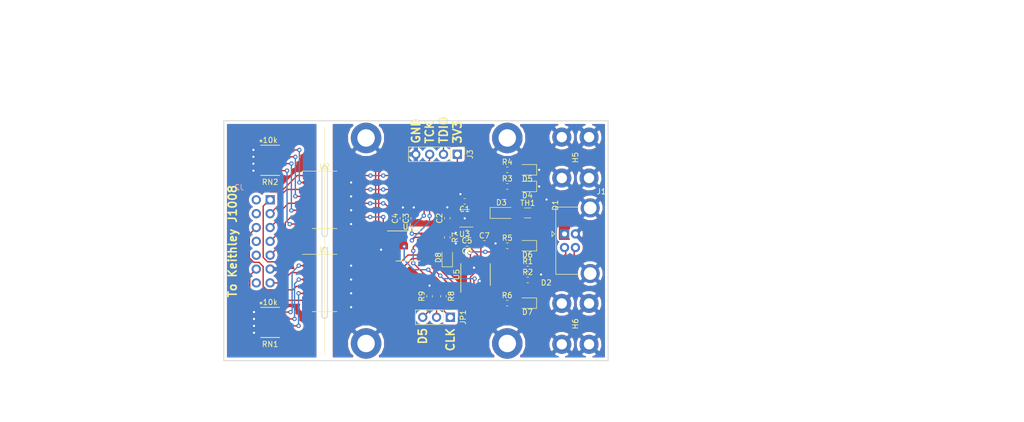
<source format=kicad_pcb>
(kicad_pcb (version 20171130) (host pcbnew "(5.0.2)-1")
  (layers (0 F.Cu signal) (31 B.Cu signal) (34 B.Paste user) (35 F.Paste user) (36 B.SilkS user) (37 F.SilkS user) (38 B.Mask user) (39 F.Mask user) (44 Edge.Cuts user))
  (net 0 "")
  (net 1 +5V)
  (net 2 GND)
  (net 3 +3V3)
  (net 4 "Net-(D1-Pad1)")
  (net 5 /D+)
  (net 6 /D-)
  (net 7 "Net-(D3-Pad2)")
  (net 8 "Net-(D4-Pad2)")
  (net 9 "Net-(D5-Pad2)")
  (net 10 /RXLED)
  (net 11 "Net-(D6-Pad2)")
  (net 12 /TXLED)
  (net 13 "Net-(D7-Pad2)")
  (net 14 "Net-(D8-Pad2)")
  (net 15 /READ)
  (net 16 /CLK_IN)
  (net 17 /B8_IN)
  (net 18 /B4_IN)
  (net 19 /SIGN_IN)
  (net 20 /B2_IN)
  (net 21 /B1_IN)
  (net 22 GNDA)
  (net 23 /OVERRANGE_IN)
  (net 24 /D5_IN)
  (net 25 /SBWTDIO)
  (net 26 /SBWTCK)
  (net 27 "Net-(JP1-Pad1)")
  (net 28 /RATE)
  (net 29 "Net-(JP1-Pad3)")
  (net 30 "Net-(RN1-Pad5)")
  (net 31 "Net-(RN1-Pad6)")
  (net 32 "Net-(RN1-Pad7)")
  (net 33 "Net-(RN1-Pad8)")
  (net 34 "Net-(RN2-Pad8)")
  (net 35 "Net-(RN2-Pad7)")
  (net 36 "Net-(RN2-Pad6)")
  (net 37 "Net-(RN2-Pad5)")
  (net 38 /OVERRANGE)
  (net 39 /SIGN)
  (net 40 /D5)
  (net 41 /CLK)
  (net 42 /B1)
  (net 43 /B2)
  (net 44 /B4)
  (net 45 /B8)
  (net 46 /RXD)
  (net 47 /TXD)
  (net 48 /USBD_N)
  (net 49 /USBD_P)
  (net 50 /VCCIO)
  (module Connector_USB:USB_B_OST_USB-B1HSxx_Horizontal (layer F.Cu) (at 132 70)
    (fp_text reference J1 (at 6.76 -7.77) (layer F.SilkS))
    (fp_text value USB_B)
    (pad 1 thru_hole rect (at 0 0) (size 1.7 1.7) (drill 0.92) (layers *.Cu *.Mask) (net 4 "Net-(D1-Pad1)"))
    (pad 2 thru_hole circle (at 0 2.5) (size 1.7 1.7) (drill 0.92) (layers *.Cu *.Mask) (net 6 /D-))
    (pad 3 thru_hole circle (at 2 2.5) (size 1.7 1.7) (drill 0.92) (layers *.Cu *.Mask) (net 5 /D+))
    (pad 4 thru_hole circle (at 2 0) (size 1.7 1.7) (drill 0.92) (layers *.Cu *.Mask) (net 2 GND))
    (pad 5 thru_hole circle (at 4.71 -4.77) (size 3.5 3.5) (drill 2.33) (layers *.Cu *.Mask) (net 2 GND))
    (pad 5 thru_hole circle (at 4.71 7.27) (size 3.5 3.5) (drill 2.33) (layers *.Cu *.Mask) (net 2 GND))
  )
  (module Connector_PinHeader_2.54mm:PinHeader_2x07_P2.54mm_Horizontal (layer B.Cu) (at 78 63.75 180)
    (fp_text reference J2 (at 5.655 2.27 180) (layer B.SilkS) (effects (justify mirror)))
    (fp_text value "SIGNAL INPUT")
    (pad 14 thru_hole oval (at 2.54 -15.24 180) (size 1.7 1.7) (drill 1) (layers *.Cu *.Mask))
    (pad 13 thru_hole oval (at 0 -15.24 180) (size 1.7 1.7) (drill 1) (layers *.Cu *.Mask) (net 24 /D5_IN))
    (pad 12 thru_hole oval (at 2.54 -12.7 180) (size 1.7 1.7) (drill 1) (layers *.Cu *.Mask) (net 23 /OVERRANGE_IN))
    (pad 11 thru_hole oval (at 0 -12.7 180) (size 1.7 1.7) (drill 1) (layers *.Cu *.Mask) (net 22 GNDA))
    (pad 10 thru_hole oval (at 2.54 -10.16 180) (size 1.7 1.7) (drill 1) (layers *.Cu *.Mask))
    (pad 9 thru_hole oval (at 0 -10.16 180) (size 1.7 1.7) (drill 1) (layers *.Cu *.Mask) (net 21 /B1_IN))
    (pad 8 thru_hole oval (at 2.54 -7.62 180) (size 1.7 1.7) (drill 1) (layers *.Cu *.Mask))
    (pad 7 thru_hole oval (at 0 -7.62 180) (size 1.7 1.7) (drill 1) (layers *.Cu *.Mask) (net 20 /B2_IN))
    (pad 6 thru_hole oval (at 2.54 -5.08 180) (size 1.7 1.7) (drill 1) (layers *.Cu *.Mask) (net 19 /SIGN_IN))
    (pad 5 thru_hole oval (at 0 -5.08 180) (size 1.7 1.7) (drill 1) (layers *.Cu *.Mask) (net 18 /B4_IN))
    (pad 4 thru_hole oval (at 2.54 -2.54 180) (size 1.7 1.7) (drill 1) (layers *.Cu *.Mask))
    (pad 3 thru_hole oval (at 0 -2.54 180) (size 1.7 1.7) (drill 1) (layers *.Cu *.Mask) (net 17 /B8_IN))
    (pad 2 thru_hole oval (at 2.54 0 180) (size 1.7 1.7) (drill 1) (layers *.Cu *.Mask))
    (pad 1 thru_hole rect (at 0 0 180) (size 1.7 1.7) (drill 1) (layers *.Cu *.Mask) (net 16 /CLK_IN))
  )
  (module Capacitor_SMD:C_0603_1608Metric (layer F.Cu) (at 113.675 64.025 180)
    (fp_text reference C1 (at 0 -1.43 180) (layer F.SilkS))
    (fp_text value 1uF)
    (pad 1 smd roundrect (at -0.7875 0 180) (size 0.875 0.95) (layers F.Cu F.Paste F.Mask) (net 1 +5V))
    (pad 2 smd roundrect (at 0.7875 0 180) (size 0.875 0.95) (layers F.Cu F.Paste F.Mask) (net 2 GND))
  )
  (module Capacitor_SMD:C_0603_1608Metric (layer F.Cu) (at 110.5 67.125 90)
    (fp_text reference C2 (at 0 -1.43 90) (layer F.SilkS))
    (fp_text value 1uF)
    (pad 1 smd roundrect (at -0.7875 0 90) (size 0.875 0.95) (layers F.Cu F.Paste F.Mask) (net 3 +3V3))
    (pad 2 smd roundrect (at 0.7875 0 90) (size 0.875 0.95) (layers F.Cu F.Paste F.Mask) (net 2 GND))
  )
  (module Capacitor_SMD:C_0603_1608Metric (layer F.Cu) (at 104.35 67.15 90)
    (fp_text reference C3 (at 0 -1.43 90) (layer F.SilkS))
    (fp_text value 1uF)
    (pad 1 smd roundrect (at -0.7875 0 90) (size 0.875 0.95) (layers F.Cu F.Paste F.Mask) (net 3 +3V3))
    (pad 2 smd roundrect (at 0.7875 0 90) (size 0.875 0.95) (layers F.Cu F.Paste F.Mask) (net 2 GND))
  )
  (module Capacitor_SMD:C_0603_1608Metric (layer F.Cu) (at 102.35 67.15 90)
    (fp_text reference C4 (at 0 -1.43 90) (layer F.SilkS))
    (fp_text value 100nF)
    (pad 2 smd roundrect (at 0.7875 0 90) (size 0.875 0.95) (layers F.Cu F.Paste F.Mask) (net 2 GND))
    (pad 1 smd roundrect (at -0.7875 0 90) (size 0.875 0.95) (layers F.Cu F.Paste F.Mask) (net 3 +3V3))
  )
  (module Capacitor_SMD:C_0603_1608Metric (layer F.Cu) (at 114.1 69.8 180)
    (fp_text reference C5 (at 0 -1.43 180) (layer F.SilkS))
    (fp_text value 100nF)
    (pad 2 smd roundrect (at 0.7875 0 180) (size 0.875 0.95) (layers F.Cu F.Paste F.Mask) (net 2 GND))
    (pad 1 smd roundrect (at -0.7875 0 180) (size 0.875 0.95) (layers F.Cu F.Paste F.Mask) (net 1 +5V))
  )
  (module Capacitor_SMD:C_0603_1608Metric (layer F.Cu) (at 114.1 71.75 180)
    (fp_text reference C6 (at 0 -1.43 180) (layer F.SilkS))
    (fp_text value 4.7uF)
    (pad 1 smd roundrect (at -0.7875 0 180) (size 0.875 0.95) (layers F.Cu F.Paste F.Mask) (net 1 +5V))
    (pad 2 smd roundrect (at 0.7875 0 180) (size 0.875 0.95) (layers F.Cu F.Paste F.Mask) (net 2 GND))
  )
  (module Capacitor_SMD:C_0603_1608Metric (layer F.Cu) (at 117.3 71.75)
    (fp_text reference C7 (at 0 -1.43) (layer F.SilkS))
    (fp_text value 100nF)
    (pad 2 smd roundrect (at 0.7875 0) (size 0.875 0.95) (layers F.Cu F.Paste F.Mask) (net 2 GND))
    (pad 1 smd roundrect (at -0.7875 0) (size 0.875 0.95) (layers F.Cu F.Paste F.Mask) (net 50 /VCCIO))
  )
  (module TI_TVSDiode:TI_PX1SON_DPY (layer F.Cu) (at 128.7 64.75 90)
    (fp_text reference D1 (at 0 1.6 90) (layer F.SilkS))
    (fp_text value TPD1E10B06)
    (pad 1 smd roundrect (at -0.35 0 90) (size 0.3 0.55) (layers F.Cu F.Paste F.Mask) (net 4 "Net-(D1-Pad1)"))
    (pad 2 smd roundrect (at 0.35 0 90) (size 0.3 0.55) (layers F.Cu F.Paste F.Mask) (net 2 GND))
  )
  (module TI_TVSDiode:TI_DMX_X2SON (layer F.Cu) (at 128.65 77.45)
    (fp_text reference D2 (at 0 1.5) (layer F.SilkS))
    (fp_text value ESD122DMXR)
    (pad 1 smd roundrect (at -0.15 0) (size 0.2 0.2) (layers F.Cu F.Paste F.Mask) (net 2 GND))
    (pad 2 smd roundrect (at 0.15 0.34) (size 0.2 0.2) (layers F.Cu F.Paste F.Mask) (net 5 /D+))
    (pad 3 smd roundrect (at 0.15 -0.34) (size 0.2 0.2) (layers F.Cu F.Paste F.Mask) (net 6 /D-))
  )
  (module SMC_Diodes:D_SOD-123FL (layer F.Cu) (at 120.55 66.15)
    (fp_text reference D3 (at -0.127 -1.905) (layer F.SilkS))
    (fp_text value DSS16UTR)
    (pad 1 smd rect (at -1.55 0) (size 1.15 1.3) (layers F.Cu F.Paste F.Mask) (net 1 +5V))
    (pad 2 smd rect (at 1.55 0) (size 1.15 1.3) (layers F.Cu F.Paste F.Mask) (net 7 "Net-(D3-Pad2)"))
  )
  (module LED_SMD:LED_0805_2012Metric (layer F.Cu) (at 125.2 61.3 180)
    (fp_text reference D4 (at 0 -1.65 180) (layer F.SilkS))
    (fp_text value 5V)
    (pad 1 smd roundrect (at -0.9375 0 180) (size 0.975 1.4) (layers F.Cu F.Paste F.Mask) (net 2 GND))
    (pad 2 smd roundrect (at 0.9375 0 180) (size 0.975 1.4) (layers F.Cu F.Paste F.Mask) (net 8 "Net-(D4-Pad2)"))
  )
  (module LED_SMD:LED_0805_2012Metric (layer F.Cu) (at 125.2 58.25 180)
    (fp_text reference D5 (at 0 -1.65 180) (layer F.SilkS))
    (fp_text value 3V3)
    (pad 2 smd roundrect (at 0.9375 0 180) (size 0.975 1.4) (layers F.Cu F.Paste F.Mask) (net 9 "Net-(D5-Pad2)"))
    (pad 1 smd roundrect (at -0.9375 0 180) (size 0.975 1.4) (layers F.Cu F.Paste F.Mask) (net 2 GND))
  )
  (module LED_SMD:LED_0805_2012Metric (layer F.Cu) (at 125.2 72.175 180)
    (fp_text reference D6 (at 0 -1.65 180) (layer F.SilkS))
    (fp_text value RXLED)
    (pad 1 smd roundrect (at -0.9375 0 180) (size 0.975 1.4) (layers F.Cu F.Paste F.Mask) (net 10 /RXLED))
    (pad 2 smd roundrect (at 0.9375 0 180) (size 0.975 1.4) (layers F.Cu F.Paste F.Mask) (net 11 "Net-(D6-Pad2)"))
  )
  (module LED_SMD:LED_0805_2012Metric (layer F.Cu) (at 125.2 82.7 180)
    (fp_text reference D7 (at 0 -1.65 180) (layer F.SilkS))
    (fp_text value TXLED)
    (pad 1 smd roundrect (at -0.9375 0 180) (size 0.975 1.4) (layers F.Cu F.Paste F.Mask) (net 12 /TXLED))
    (pad 2 smd roundrect (at 0.9375 0 180) (size 0.975 1.4) (layers F.Cu F.Paste F.Mask) (net 13 "Net-(D7-Pad2)"))
  )
  (module LED_SMD:LED_0805_2012Metric (layer F.Cu) (at 110.5 74.35 90)
    (fp_text reference D8 (at 0 -1.65 90) (layer F.SilkS))
    (fp_text value READ)
    (pad 2 smd roundrect (at 0.9375 0 90) (size 0.975 1.4) (layers F.Cu F.Paste F.Mask) (net 14 "Net-(D8-Pad2)"))
    (pad 1 smd roundrect (at -0.9375 0 90) (size 0.975 1.4) (layers F.Cu F.Paste F.Mask) (net 15 /READ))
  )
  (module MountingHole:MountingHole_3.2mm_M3_DIN965_Pad (layer F.Cu) (at 95.6 52.4)
    (fp_text reference H1 hide)
    (fp_text value M3)
    (pad 1 thru_hole circle (at 0 0) (size 5.6 5.6) (drill 3.2) (layers *.Cu *.Mask) (net 2 GND))
  )
  (module MountingHole:MountingHole_3.2mm_M3_DIN965_Pad (layer F.Cu) (at 95.6 90.1 180)
    (fp_text reference H2 hide)
    (fp_text value M3)
    (pad 1 thru_hole circle (at 0 0 180) (size 5.6 5.6) (drill 3.2) (layers *.Cu *.Mask) (net 2 GND))
  )
  (module MountingHole:MountingHole_3.2mm_M3_DIN965_Pad (layer F.Cu) (at 121.5 90.1 180)
    (fp_text reference H3 hide)
    (fp_text value M3)
    (pad 1 thru_hole circle (at 0 0 180) (size 5.6 5.6) (drill 3.2) (layers *.Cu *.Mask) (net 2 GND))
  )
  (module MountingHole:MountingHole_3.2mm_M3_DIN965_Pad (layer F.Cu) (at 121.5 52.4)
    (fp_text reference H4 hide)
    (fp_text value M3)
    (pad 1 thru_hole circle (at 0 0) (size 5.6 5.6) (drill 3.2) (layers *.Cu *.Mask) (net 2 GND))
  )
  (module Terminal_Keystone:Keystone_Screw-Terminal_7761_RightAngle (layer F.Cu) (at 134 56 90)
    (fp_text reference H5 (at 0 0 90) (layer F.SilkS))
    (fp_text value M3_RA)
    (pad 1 thru_hole circle (at 3.75 -2.5 90) (size 3.5 3.5) (drill 1.9) (layers *.Cu *.Mask) (net 2 GND))
    (pad 1 thru_hole circle (at 3.75 2.5 90) (size 3.5 3.5) (drill 1.9) (layers *.Cu *.Mask) (net 2 GND))
    (pad 1 thru_hole circle (at -3.75 2.5 90) (size 3.5 3.5) (drill 1.9) (layers *.Cu *.Mask) (net 2 GND))
    (pad 1 thru_hole circle (at -3.75 -2.5 90) (size 3.5 3.5) (drill 1.9) (layers *.Cu *.Mask) (net 2 GND))
  )
  (module Terminal_Keystone:Keystone_Screw-Terminal_7761_RightAngle (layer F.Cu) (at 134 86.5 90)
    (fp_text reference H6 (at 0 0 90) (layer F.SilkS))
    (fp_text value M3_RA)
    (pad 1 thru_hole circle (at -3.75 -2.5 90) (size 3.5 3.5) (drill 1.9) (layers *.Cu *.Mask) (net 2 GND))
    (pad 1 thru_hole circle (at -3.75 2.5 90) (size 3.5 3.5) (drill 1.9) (layers *.Cu *.Mask) (net 2 GND))
    (pad 1 thru_hole circle (at 3.75 2.5 90) (size 3.5 3.5) (drill 1.9) (layers *.Cu *.Mask) (net 2 GND))
    (pad 1 thru_hole circle (at 3.75 -2.5 90) (size 3.5 3.5) (drill 1.9) (layers *.Cu *.Mask) (net 2 GND))
  )
  (module Connector_PinHeader_2.54mm:PinHeader_1x04_P2.54mm_Vertical (layer F.Cu) (at 112.34 55.4 270)
    (fp_text reference J3 (at 0 -2.33 270) (layer F.SilkS))
    (fp_text value PROG)
    (pad 1 thru_hole rect (at 0 0 270) (size 1.7 1.7) (drill 1) (layers *.Cu *.Mask) (net 3 +3V3))
    (pad 2 thru_hole oval (at 0 2.54 270) (size 1.7 1.7) (drill 1) (layers *.Cu *.Mask) (net 25 /SBWTDIO))
    (pad 3 thru_hole oval (at 0 5.08 270) (size 1.7 1.7) (drill 1) (layers *.Cu *.Mask) (net 26 /SBWTCK))
    (pad 4 thru_hole oval (at 0 7.62 270) (size 1.7 1.7) (drill 1) (layers *.Cu *.Mask) (net 2 GND))
  )
  (module Connector_PinHeader_2.54mm:PinHeader_1x03_P2.54mm_Vertical (layer F.Cu) (at 111.065 85.29 270)
    (fp_text reference JP1 (at 0 -2.33 270) (layer F.SilkS))
    (fp_text value RATE)
    (pad 1 thru_hole rect (at 0 0 270) (size 1.7 1.7) (drill 1) (layers *.Cu *.Mask) (net 27 "Net-(JP1-Pad1)"))
    (pad 2 thru_hole oval (at 0 2.54 270) (size 1.7 1.7) (drill 1) (layers *.Cu *.Mask) (net 28 /RATE))
    (pad 3 thru_hole oval (at 0 5.08 270) (size 1.7 1.7) (drill 1) (layers *.Cu *.Mask) (net 29 "Net-(JP1-Pad3)"))
  )
  (module Resistor_SMD:R_0603_1608Metric (layer F.Cu) (at 125.25 76.45)
    (fp_text reference R1 (at 0 -1.43) (layer F.SilkS))
    (fp_text value 27R)
    (pad 2 smd roundrect (at 0.7875 0) (size 0.875 0.95) (layers F.Cu F.Paste F.Mask) (net 6 /D-))
    (pad 1 smd roundrect (at -0.7875 0) (size 0.875 0.95) (layers F.Cu F.Paste F.Mask) (net 48 /USBD_N))
  )
  (module Resistor_SMD:R_0603_1608Metric (layer F.Cu) (at 125.25 78.45)
    (fp_text reference R2 (at 0 -1.43) (layer F.SilkS))
    (fp_text value 27R)
    (pad 1 smd roundrect (at -0.7875 0) (size 0.875 0.95) (layers F.Cu F.Paste F.Mask) (net 49 /USBD_P))
    (pad 2 smd roundrect (at 0.7875 0) (size 0.875 0.95) (layers F.Cu F.Paste F.Mask) (net 5 /D+))
  )
  (module Resistor_SMD:R_0603_1608Metric (layer F.Cu) (at 121.5 61.3)
    (fp_text reference R3 (at 0 -1.43) (layer F.SilkS))
    (fp_text value 1k)
    (pad 1 smd roundrect (at -0.7875 0) (size 0.875 0.95) (layers F.Cu F.Paste F.Mask) (net 1 +5V))
    (pad 2 smd roundrect (at 0.7875 0) (size 0.875 0.95) (layers F.Cu F.Paste F.Mask) (net 8 "Net-(D4-Pad2)"))
  )
  (module Resistor_SMD:R_0603_1608Metric (layer F.Cu) (at 121.5 58.25)
    (fp_text reference R4 (at 0 -1.43) (layer F.SilkS))
    (fp_text value 1k)
    (pad 2 smd roundrect (at 0.7875 0) (size 0.875 0.95) (layers F.Cu F.Paste F.Mask) (net 9 "Net-(D5-Pad2)"))
    (pad 1 smd roundrect (at -0.7875 0) (size 0.875 0.95) (layers F.Cu F.Paste F.Mask) (net 3 +3V3))
  )
  (module Resistor_SMD:R_0603_1608Metric (layer F.Cu) (at 121.5 72.175)
    (fp_text reference R5 (at 0 -1.43) (layer F.SilkS))
    (fp_text value 1k)
    (pad 1 smd roundrect (at -0.7875 0) (size 0.875 0.95) (layers F.Cu F.Paste F.Mask) (net 50 /VCCIO))
    (pad 2 smd roundrect (at 0.7875 0) (size 0.875 0.95) (layers F.Cu F.Paste F.Mask) (net 11 "Net-(D6-Pad2)"))
  )
  (module Resistor_SMD:R_0603_1608Metric (layer F.Cu) (at 121.475 82.7)
    (fp_text reference R6 (at 0 -1.43) (layer F.SilkS))
    (fp_text value 1k)
    (pad 2 smd roundrect (at 0.7875 0) (size 0.875 0.95) (layers F.Cu F.Paste F.Mask) (net 13 "Net-(D7-Pad2)"))
    (pad 1 smd roundrect (at -0.7875 0) (size 0.875 0.95) (layers F.Cu F.Paste F.Mask) (net 50 /VCCIO))
  )
  (module Resistor_SMD:R_0603_1608Metric (layer F.Cu) (at 110.5 70.65 270)
    (fp_text reference R7 (at 0 -1.43 270) (layer F.SilkS))
    (fp_text value 1k)
    (pad 1 smd roundrect (at -0.7875 0 270) (size 0.875 0.95) (layers F.Cu F.Paste F.Mask) (net 3 +3V3))
    (pad 2 smd roundrect (at 0.7875 0 270) (size 0.875 0.95) (layers F.Cu F.Paste F.Mask) (net 14 "Net-(D8-Pad2)"))
  )
  (module Resistor_SMD:R_0603_1608Metric (layer F.Cu) (at 109.79 81.44 270)
    (fp_text reference R8 (at 0 -1.43 270) (layer F.SilkS))
    (fp_text value 1k)
    (pad 2 smd roundrect (at 0.7875 0 270) (size 0.875 0.95) (layers F.Cu F.Paste F.Mask) (net 27 "Net-(JP1-Pad1)"))
    (pad 1 smd roundrect (at -0.7875 0 270) (size 0.875 0.95) (layers F.Cu F.Paste F.Mask) (net 3 +3V3))
  )
  (module Resistor_SMD:R_0603_1608Metric (layer F.Cu) (at 107.24 81.44 90)
    (fp_text reference R9 (at 0 -1.43 90) (layer F.SilkS))
    (fp_text value 1k)
    (pad 1 smd roundrect (at -0.7875 0 90) (size 0.875 0.95) (layers F.Cu F.Paste F.Mask) (net 29 "Net-(JP1-Pad3)"))
    (pad 2 smd roundrect (at 0.7875 0 90) (size 0.875 0.95) (layers F.Cu F.Paste F.Mask) (net 2 GND))
  )
  (module R_Array_Convex:YC324-JK-0710KL (layer F.Cu) (at 78 86.24)
    (fp_text reference RN1 (at 0 4) (layer F.SilkS))
    (fp_text value 10k (at 0 -3.7) (layer F.SilkS))
    (fp_text user * (at -1.6764 -3.2385) (layer F.SilkS))
    (pad 1 smd rect (at -1.6002 -1.905) (size 1.1176 0.889) (layers F.Cu F.Paste F.Mask) (net 22 GNDA))
    (pad 2 smd rect (at -1.6002 -0.635) (size 1.1176 0.889) (layers F.Cu F.Paste F.Mask) (net 22 GNDA))
    (pad 3 smd rect (at -1.6002 0.635) (size 1.1176 0.889) (layers F.Cu F.Paste F.Mask) (net 22 GNDA))
    (pad 4 smd rect (at -1.6002 1.905) (size 1.1176 0.889) (layers F.Cu F.Paste F.Mask) (net 22 GNDA))
    (pad 5 smd rect (at 1.6002 1.905) (size 1.1176 0.889) (layers F.Cu F.Paste F.Mask) (net 30 "Net-(RN1-Pad5)"))
    (pad 6 smd rect (at 1.6002 0.635) (size 1.1176 0.889) (layers F.Cu F.Paste F.Mask) (net 31 "Net-(RN1-Pad6)"))
    (pad 7 smd rect (at 1.6002 -0.635) (size 1.1176 0.889) (layers F.Cu F.Paste F.Mask) (net 32 "Net-(RN1-Pad7)"))
    (pad 8 smd rect (at 1.6002 -1.905) (size 1.1176 0.889) (layers F.Cu F.Paste F.Mask) (net 33 "Net-(RN1-Pad8)"))
  )
  (module R_Array_Convex:YC324-JK-0710KL (layer F.Cu) (at 78 56.5)
    (fp_text reference RN2 (at 0 4) (layer F.SilkS))
    (fp_text value 10k (at 0 -3.7) (layer F.SilkS))
    (fp_text user * (at -1.6764 -3.2385) (layer F.SilkS))
    (pad 8 smd rect (at 1.6002 -1.905) (size 1.1176 0.889) (layers F.Cu F.Paste F.Mask) (net 34 "Net-(RN2-Pad8)"))
    (pad 7 smd rect (at 1.6002 -0.635) (size 1.1176 0.889) (layers F.Cu F.Paste F.Mask) (net 35 "Net-(RN2-Pad7)"))
    (pad 6 smd rect (at 1.6002 0.635) (size 1.1176 0.889) (layers F.Cu F.Paste F.Mask) (net 36 "Net-(RN2-Pad6)"))
    (pad 5 smd rect (at 1.6002 1.905) (size 1.1176 0.889) (layers F.Cu F.Paste F.Mask) (net 37 "Net-(RN2-Pad5)"))
    (pad 4 smd rect (at -1.6002 1.905) (size 1.1176 0.889) (layers F.Cu F.Paste F.Mask) (net 22 GNDA))
    (pad 3 smd rect (at -1.6002 0.635) (size 1.1176 0.889) (layers F.Cu F.Paste F.Mask) (net 22 GNDA))
    (pad 2 smd rect (at -1.6002 -0.635) (size 1.1176 0.889) (layers F.Cu F.Paste F.Mask) (net 22 GNDA))
    (pad 1 smd rect (at -1.6002 -1.905) (size 1.1176 0.889) (layers F.Cu F.Paste F.Mask) (net 22 GNDA))
  )
  (module Fuse:Fuse_1206_3216Metric (layer F.Cu) (at 125.25 66.15)
    (fp_text reference TH1 (at 0 -1.82) (layer F.SilkS))
    (fp_text value 0ZCJ0050FF2G)
    (pad 1 smd roundrect (at -1.4 0) (size 1.25 1.75) (layers F.Cu F.Paste F.Mask) (roundrect_rratio 0.2) (net 7 "Net-(D3-Pad2)"))
    (pad 2 smd roundrect (at 1.4 0) (size 1.25 1.75) (layers F.Cu F.Paste F.Mask) (roundrect_rratio 0.2) (net 4 "Net-(D1-Pad1)"))
  )
  (module Package_SO:SOIC-16_4.55x10.3mm_P1.27mm (layer F.Cu) (at 88 79)
    (fp_text reference U1 (at 0 -6.1) (layer F.SilkS))
    (fp_text value TLP281-4)
    (pad 1 smd roundrect (at -3.25 -4.445) (size 1.6 0.55) (layers F.Cu F.Paste F.Mask) (net 16 /CLK_IN))
    (pad 2 smd roundrect (at -3.25 -3.175) (size 1.6 0.55) (layers F.Cu F.Paste F.Mask) (net 33 "Net-(RN1-Pad8)"))
    (pad 3 smd roundrect (at -3.25 -1.905) (size 1.6 0.55) (layers F.Cu F.Paste F.Mask) (net 24 /D5_IN))
    (pad 4 smd roundrect (at -3.25 -0.635) (size 1.6 0.55) (layers F.Cu F.Paste F.Mask) (net 32 "Net-(RN1-Pad7)"))
    (pad 5 smd roundrect (at -3.25 0.635) (size 1.6 0.55) (layers F.Cu F.Paste F.Mask) (net 19 /SIGN_IN))
    (pad 6 smd roundrect (at -3.25 1.905) (size 1.6 0.55) (layers F.Cu F.Paste F.Mask) (net 31 "Net-(RN1-Pad6)"))
    (pad 7 smd roundrect (at -3.25 3.175) (size 1.6 0.55) (layers F.Cu F.Paste F.Mask) (net 23 /OVERRANGE_IN))
    (pad 8 smd roundrect (at -3.25 4.445) (size 1.6 0.55) (layers F.Cu F.Paste F.Mask) (net 30 "Net-(RN1-Pad5)"))
    (pad 9 smd roundrect (at 3.25 4.445) (size 1.6 0.55) (layers F.Cu F.Paste F.Mask) (net 2 GND))
    (pad 10 smd roundrect (at 3.25 3.175) (size 1.6 0.55) (layers F.Cu F.Paste F.Mask) (net 38 /OVERRANGE))
    (pad 11 smd roundrect (at 3.25 1.905) (size 1.6 0.55) (layers F.Cu F.Paste F.Mask) (net 2 GND))
    (pad 12 smd roundrect (at 3.25 0.635) (size 1.6 0.55) (layers F.Cu F.Paste F.Mask) (net 39 /SIGN))
    (pad 13 smd roundrect (at 3.25 -0.635) (size 1.6 0.55) (layers F.Cu F.Paste F.Mask) (net 2 GND))
    (pad 14 smd roundrect (at 3.25 -1.905) (size 1.6 0.55) (layers F.Cu F.Paste F.Mask) (net 40 /D5))
    (pad 15 smd roundrect (at 3.25 -3.175) (size 1.6 0.55) (layers F.Cu F.Paste F.Mask) (net 2 GND))
    (pad 16 smd roundrect (at 3.25 -4.445) (size 1.6 0.55) (layers F.Cu F.Paste F.Mask) (net 41 /CLK))
  )
  (module Package_SO:SOIC-16_4.55x10.3mm_P1.27mm (layer F.Cu) (at 88 63.75)
    (fp_text reference U2 (at 0 -6.1) (layer F.SilkS))
    (fp_text value TLP281-4)
    (pad 16 smd roundrect (at 3.25 -4.445) (size 1.6 0.55) (layers F.Cu F.Paste F.Mask) (net 45 /B8))
    (pad 15 smd roundrect (at 3.25 -3.175) (size 1.6 0.55) (layers F.Cu F.Paste F.Mask) (net 2 GND))
    (pad 14 smd roundrect (at 3.25 -1.905) (size 1.6 0.55) (layers F.Cu F.Paste F.Mask) (net 44 /B4))
    (pad 13 smd roundrect (at 3.25 -0.635) (size 1.6 0.55) (layers F.Cu F.Paste F.Mask) (net 2 GND))
    (pad 12 smd roundrect (at 3.25 0.635) (size 1.6 0.55) (layers F.Cu F.Paste F.Mask) (net 43 /B2))
    (pad 11 smd roundrect (at 3.25 1.905) (size 1.6 0.55) (layers F.Cu F.Paste F.Mask) (net 2 GND))
    (pad 10 smd roundrect (at 3.25 3.175) (size 1.6 0.55) (layers F.Cu F.Paste F.Mask) (net 42 /B1))
    (pad 9 smd roundrect (at 3.25 4.445) (size 1.6 0.55) (layers F.Cu F.Paste F.Mask) (net 2 GND))
    (pad 8 smd roundrect (at -3.25 4.445) (size 1.6 0.55) (layers F.Cu F.Paste F.Mask) (net 37 "Net-(RN2-Pad5)"))
    (pad 7 smd roundrect (at -3.25 3.175) (size 1.6 0.55) (layers F.Cu F.Paste F.Mask) (net 21 /B1_IN))
    (pad 6 smd roundrect (at -3.25 1.905) (size 1.6 0.55) (layers F.Cu F.Paste F.Mask) (net 36 "Net-(RN2-Pad6)"))
    (pad 5 smd roundrect (at -3.25 0.635) (size 1.6 0.55) (layers F.Cu F.Paste F.Mask) (net 20 /B2_IN))
    (pad 4 smd roundrect (at -3.25 -0.635) (size 1.6 0.55) (layers F.Cu F.Paste F.Mask) (net 35 "Net-(RN2-Pad7)"))
    (pad 3 smd roundrect (at -3.25 -1.905) (size 1.6 0.55) (layers F.Cu F.Paste F.Mask) (net 18 /B4_IN))
    (pad 2 smd roundrect (at -3.25 -3.175) (size 1.6 0.55) (layers F.Cu F.Paste F.Mask) (net 34 "Net-(RN2-Pad8)"))
    (pad 1 smd roundrect (at -3.25 -4.445) (size 1.6 0.55) (layers F.Cu F.Paste F.Mask) (net 17 /B8_IN))
  )
  (module Package_TO_SOT_SMD:SOT-23-5 (layer F.Cu) (at 113.674483 67.136686 180)
    (fp_text reference U3 (at 0 -2.9 180) (layer F.SilkS))
    (fp_text value MIC5504-3.3YM5)
    (pad 1 smd rect (at -1.1 -0.95 180) (size 1.06 0.65) (layers F.Cu F.Paste F.Mask) (net 1 +5V))
    (pad 2 smd rect (at -1.1 0 180) (size 1.06 0.65) (layers F.Cu F.Paste F.Mask) (net 2 GND))
    (pad 3 smd rect (at -1.1 0.95 180) (size 1.06 0.65) (layers F.Cu F.Paste F.Mask) (net 1 +5V))
    (pad 4 smd rect (at 1.1 0.95 180) (size 1.06 0.65) (layers F.Cu F.Paste F.Mask))
    (pad 5 smd rect (at 1.1 -0.95 180) (size 1.06 0.65) (layers F.Cu F.Paste F.Mask) (net 3 +3V3))
  )
  (module Package_SO:TSSOP-16_4.4x5mm_P0.65mm (layer F.Cu) (at 103.3 72.25)
    (fp_text reference U4 (at 0 -3.55) (layer F.SilkS))
    (fp_text value MSP430FR2110)
    (pad 1 smd rect (at -2.95 -2.275) (size 1.5 0.45) (layers F.Cu F.Paste F.Mask) (net 43 /B2))
    (pad 2 smd rect (at -2.95 -1.625) (size 1.5 0.45) (layers F.Cu F.Paste F.Mask) (net 42 /B1))
    (pad 3 smd rect (at -2.95 -0.975) (size 1.5 0.45) (layers F.Cu F.Paste F.Mask) (net 26 /SBWTCK))
    (pad 4 smd rect (at -2.95 -0.325) (size 1.5 0.45) (layers F.Cu F.Paste F.Mask) (net 25 /SBWTDIO))
    (pad 5 smd rect (at -2.95 0.325) (size 1.5 0.45) (layers F.Cu F.Paste F.Mask) (net 3 +3V3))
    (pad 6 smd rect (at -2.95 0.975) (size 1.5 0.45) (layers F.Cu F.Paste F.Mask) (net 2 GND))
    (pad 7 smd rect (at -2.95 1.625) (size 1.5 0.45) (layers F.Cu F.Paste F.Mask) (net 41 /CLK))
    (pad 8 smd rect (at -2.95 2.275) (size 1.5 0.45) (layers F.Cu F.Paste F.Mask) (net 40 /D5))
    (pad 9 smd rect (at 2.95 2.275) (size 1.5 0.45) (layers F.Cu F.Paste F.Mask) (net 38 /OVERRANGE))
    (pad 10 smd rect (at 2.95 1.625) (size 1.5 0.45) (layers F.Cu F.Paste F.Mask) (net 39 /SIGN))
    (pad 11 smd rect (at 2.95 0.975) (size 1.5 0.45) (layers F.Cu F.Paste F.Mask) (net 46 /RXD))
    (pad 12 smd rect (at 2.95 0.325) (size 1.5 0.45) (layers F.Cu F.Paste F.Mask) (net 47 /TXD))
    (pad 13 smd rect (at 2.95 -0.325) (size 1.5 0.45) (layers F.Cu F.Paste F.Mask) (net 28 /RATE))
    (pad 14 smd rect (at 2.95 -0.975) (size 1.5 0.45) (layers F.Cu F.Paste F.Mask) (net 15 /READ))
    (pad 15 smd rect (at 2.95 -1.625) (size 1.5 0.45) (layers F.Cu F.Paste F.Mask) (net 45 /B8))
    (pad 16 smd rect (at 2.95 -2.275) (size 1.5 0.45) (layers F.Cu F.Paste F.Mask) (net 44 /B4))
  )
  (module Package_SO:SSOP-16_3.9x4.9mm_P0.635mm (layer F.Cu) (at 115.7 77.45 90)
    (fp_text reference U5 (at 0 -3.5 90) (layer F.SilkS))
    (fp_text value FT230XS)
    (pad 1 smd rect (at -2.6 -2.2225 90) (size 1.2 0.4) (layers F.Cu F.Paste F.Mask) (net 47 /TXD))
    (pad 2 smd rect (at -2.6 -1.5875 90) (size 1.2 0.4) (layers F.Cu F.Paste F.Mask))
    (pad 3 smd rect (at -2.6 -0.9525 90) (size 1.2 0.4) (layers F.Cu F.Paste F.Mask) (net 50 /VCCIO))
    (pad 4 smd rect (at -2.6 -0.3175 90) (size 1.2 0.4) (layers F.Cu F.Paste F.Mask) (net 46 /RXD))
    (pad 5 smd rect (at -2.6 0.3175 90) (size 1.2 0.4) (layers F.Cu F.Paste F.Mask) (net 2 GND))
    (pad 6 smd rect (at -2.6 0.9525 90) (size 1.2 0.4) (layers F.Cu F.Paste F.Mask))
    (pad 7 smd rect (at -2.6 1.5875 90) (size 1.2 0.4) (layers F.Cu F.Paste F.Mask) (net 12 /TXLED))
    (pad 8 smd rect (at -2.6 2.2225 90) (size 1.2 0.4) (layers F.Cu F.Paste F.Mask) (net 49 /USBD_P))
    (pad 9 smd rect (at 2.6 2.2225 90) (size 1.2 0.4) (layers F.Cu F.Paste F.Mask) (net 48 /USBD_N))
    (pad 10 smd rect (at 2.6 1.5875 90) (size 1.2 0.4) (layers F.Cu F.Paste F.Mask) (net 50 /VCCIO))
    (pad 11 smd rect (at 2.6 0.9525 90) (size 1.2 0.4) (layers F.Cu F.Paste F.Mask) (net 50 /VCCIO))
    (pad 12 smd rect (at 2.6 0.3175 90) (size 1.2 0.4) (layers F.Cu F.Paste F.Mask) (net 1 +5V))
    (pad 13 smd rect (at 2.6 -0.3175 90) (size 1.2 0.4) (layers F.Cu F.Paste F.Mask) (net 2 GND))
    (pad 14 smd rect (at 2.6 -0.9525 90) (size 1.2 0.4) (layers F.Cu F.Paste F.Mask) (net 10 /RXLED))
    (pad 15 smd rect (at 2.6 -1.5875 90) (size 1.2 0.4) (layers F.Cu F.Paste F.Mask))
    (pad 16 smd rect (at 2.6 -2.2225 90) (size 1.2 0.4) (layers F.Cu F.Paste F.Mask))
  )
  (gr_text D5 (at 105.98 87.09 90) (layer F.SilkS) (effects (font (size 1.5 1.5) (thickness 0.3)) (justify right)))
  (gr_text CLK (at 111.06 87.09 90) (layer F.SilkS) (effects (font (size 1.5 1.5) (thickness 0.3)) (justify right)))
  (gr_text GND (at 104.75 53.6 90) (layer F.SilkS) (effects (font (size 1.5 1.5) (thickness 0.3)) (justify left)))
  (gr_text TCK (at 107.26 53.6 90) (layer F.SilkS) (effects (font (size 1.5 1.5) (thickness 0.3)) (justify left)))
  (gr_text TDIO (at 109.81 53.6 90) (layer F.SilkS) (effects (font (size 1.5 1.5) (thickness 0.3)) (justify left)))
  (gr_text 3V3 (at 112.34 53.6 90) (layer F.SilkS) (effects (font (size 1.5 1.5) (thickness 0.3)) (justify left)))
  (gr_text "To Keithley J1008" (at 71.1 71.35 90) (layer F.SilkS) (effects (font (size 1.5 1.5) (thickness 0.3))))
  (gr_line (start 88 92.15) (end 88 50.35) (layer F.SilkS) (width 0.1))
  (gr_arc (start 88 85) (end 87.5 85) (angle -180) (layer Edge.Cuts) (width 0.15))
  (gr_arc (start 88 70) (end 87.5 70) (angle -180) (layer Edge.Cuts) (width 0.15))
  (gr_arc (start 88 58) (end 88.5 58) (angle -180) (layer Edge.Cuts) (width 0.15))
  (gr_arc (start 88 73) (end 88.5 73) (angle -180) (layer Edge.Cuts) (width 0.15))
  (gr_line (start 88.5 85) (end 88.5 73) (layer Edge.Cuts) (width 0.15))
  (gr_line (start 87.5 73) (end 87.5 85) (layer Edge.Cuts) (width 0.15))
  (gr_line (start 88.5 70) (end 88.5 58) (layer Edge.Cuts) (width 0.15))
  (gr_line (start 87.5 58) (end 87.5 70) (layer Edge.Cuts) (width 0.15))
  (gr_line (start 140 93.25) (end 69.5 93.25) (layer Edge.Cuts) (width 0.15))
  (gr_line (start 140 49.25) (end 69.5 49.25) (layer Edge.Cuts) (width 0.15))
  (gr_line (start 140 93.25) (end 140 49.25) (layer Edge.Cuts) (width 0.15))
  (gr_line (start 69.5 49.25) (end 69.5 93.25) (layer Edge.Cuts) (width 0.15))
  (segment (start 114.8875 71.75) (end 114.8875 69.8) (width 0.25) (layer F.Cu) (net 1))
  (segment (start 114.812797 68.125) (end 114.774483 68.086686) (width 0.5) (layer F.Cu) (net 1))
  (segment (start 114.774483 64.336983) (end 114.4625 64.025) (width 0.5) (layer F.Cu) (net 1))
  (segment (start 114.774483 66.186686) (end 114.774483 64.336983) (width 0.5) (layer F.Cu) (net 1))
  (segment (start 116.0175 74.85) (end 116.0175 73.8175) (width 0.25) (layer F.Cu) (net 1))
  (segment (start 114.8875 72.6875) (end 114.8875 71.75) (width 0.25) (layer F.Cu) (net 1))
  (segment (start 116.0175 73.8175) (end 114.8875 72.6875) (width 0.25) (layer F.Cu) (net 1))
  (segment (start 114.774483 68.086686) (end 115.613314 68.086686) (width 0.25) (layer F.Cu) (net 1))
  (segment (start 115.613314 68.086686) (end 116.025 67.675) (width 0.25) (layer F.Cu) (net 1))
  (segment (start 116.025 67.675) (end 116.025 66.55) (width 0.25) (layer F.Cu) (net 1))
  (segment (start 115.661686 66.186686) (end 114.774483 66.186686) (width 0.25) (layer F.Cu) (net 1))
  (segment (start 116.025 66.55) (end 115.661686 66.186686) (width 0.25) (layer F.Cu) (net 1))
  (segment (start 119 66.15) (end 120.15 66.15) (width 0.25) (layer F.Cu) (net 1))
  (segment (start 120.7125 65.5875) (end 120.7125 61.3) (width 0.25) (layer F.Cu) (net 1))
  (segment (start 120.15 66.15) (end 120.7125 65.5875) (width 0.25) (layer F.Cu) (net 1))
  (via (at 128.7 63.7) (size 0.8) (drill 0.4) (layers F.Cu B.Cu) (net 2))
  (segment (start 128.7 64.35) (end 128.7 63.5) (width 0.25) (layer F.Cu) (net 2))
  (via (at 127.7 77.45) (size 0.8) (drill 0.4) (layers F.Cu B.Cu) (net 2))
  (segment (start 128.5 77.45) (end 127.7 77.45) (width 0.25) (layer F.Cu) (net 2))
  (via (at 115.4 76.2) (size 0.8) (drill 0.4) (layers F.Cu B.Cu) (net 2))
  (segment (start 115.3825 74.85) (end 115.3825 76.1825) (width 0.25) (layer F.Cu) (net 2))
  (segment (start 115.3825 76.1825) (end 115.4 76.2) (width 0.25) (layer F.Cu) (net 2))
  (via (at 119.35 71.75) (size 0.8) (drill 0.4) (layers F.Cu B.Cu) (net 2))
  (segment (start 118.0875 71.75) (end 119.35 71.75) (width 0.25) (layer F.Cu) (net 2))
  (via (at 112.05 69.8) (size 0.8) (drill 0.4) (layers F.Cu B.Cu) (net 2))
  (segment (start 113.3125 69.8) (end 112.05 69.8) (width 0.25) (layer F.Cu) (net 2))
  (via (at 112.05 71.75) (size 0.8) (drill 0.4) (layers F.Cu B.Cu) (net 2))
  (segment (start 113.3125 71.75) (end 112.05 71.75) (width 0.25) (layer F.Cu) (net 2))
  (via (at 92.86 60.57) (size 0.8) (drill 0.4) (layers F.Cu B.Cu) (net 2))
  (segment (start 91.25 60.575) (end 92.855 60.575) (width 0.25) (layer F.Cu) (net 2))
  (segment (start 92.855 60.575) (end 92.86 60.57) (width 0.25) (layer F.Cu) (net 2))
  (via (at 92.86 63.12) (size 0.8) (drill 0.4) (layers F.Cu B.Cu) (net 2))
  (segment (start 91.25 63.115) (end 92.855 63.115) (width 0.25) (layer F.Cu) (net 2))
  (segment (start 92.855 63.115) (end 92.86 63.12) (width 0.25) (layer F.Cu) (net 2))
  (via (at 92.86 65.66) (size 0.8) (drill 0.4) (layers F.Cu B.Cu) (net 2))
  (segment (start 91.25 65.655) (end 92.855 65.655) (width 0.25) (layer F.Cu) (net 2))
  (segment (start 92.855 65.655) (end 92.86 65.66) (width 0.25) (layer F.Cu) (net 2))
  (via (at 92.86 68.2) (size 0.8) (drill 0.4) (layers F.Cu B.Cu) (net 2))
  (segment (start 91.25 68.195) (end 92.855 68.195) (width 0.25) (layer F.Cu) (net 2))
  (segment (start 92.855 68.195) (end 92.86 68.2) (width 0.25) (layer F.Cu) (net 2))
  (via (at 92.86 75.83) (size 0.8) (drill 0.4) (layers F.Cu B.Cu) (net 2))
  (segment (start 91.25 75.825) (end 92.855 75.825) (width 0.25) (layer F.Cu) (net 2))
  (segment (start 92.855 75.825) (end 92.86 75.83) (width 0.25) (layer F.Cu) (net 2))
  (via (at 92.86 78.37) (size 0.8) (drill 0.4) (layers F.Cu B.Cu) (net 2))
  (segment (start 91.25 78.365) (end 92.855 78.365) (width 0.25) (layer F.Cu) (net 2))
  (segment (start 92.855 78.365) (end 92.86 78.37) (width 0.25) (layer F.Cu) (net 2))
  (via (at 92.86 80.9) (size 0.8) (drill 0.4) (layers F.Cu B.Cu) (net 2))
  (segment (start 91.25 80.905) (end 92.855 80.905) (width 0.25) (layer F.Cu) (net 2))
  (segment (start 92.855 80.905) (end 92.86 80.9) (width 0.25) (layer F.Cu) (net 2))
  (via (at 92.86 83.44) (size 0.8) (drill 0.4) (layers F.Cu B.Cu) (net 2))
  (segment (start 91.25 83.445) (end 92.855 83.445) (width 0.25) (layer F.Cu) (net 2))
  (segment (start 92.855 83.445) (end 92.86 83.44) (width 0.25) (layer F.Cu) (net 2))
  (via (at 127.35 61.3) (size 0.8) (drill 0.4) (layers F.Cu B.Cu) (net 2))
  (segment (start 126.1375 61.3) (end 127.35 61.3) (width 0.25) (layer F.Cu) (net 2))
  (via (at 127.35 58.25) (size 0.8) (drill 0.4) (layers F.Cu B.Cu) (net 2))
  (segment (start 126.1375 58.25) (end 127.35 58.25) (width 0.25) (layer F.Cu) (net 2))
  (via (at 102.35 65.15) (size 0.8) (drill 0.4) (layers F.Cu B.Cu) (net 2))
  (segment (start 102.35 66.3625) (end 102.35 65.15) (width 0.25) (layer F.Cu) (net 2))
  (via (at 104.35 65.15) (size 0.8) (drill 0.4) (layers F.Cu B.Cu) (net 2))
  (segment (start 104.35 66.3625) (end 104.35 65.15) (width 0.25) (layer F.Cu) (net 2))
  (via (at 116.45 78.65) (size 0.8) (drill 0.4) (layers F.Cu B.Cu) (net 2))
  (segment (start 116.0175 80.05) (end 116.0175 79.0825) (width 0.25) (layer F.Cu) (net 2))
  (segment (start 116.0175 79.0825) (end 116.45 78.65) (width 0.25) (layer F.Cu) (net 2))
  (via (at 113.7 67.15) (size 0.8) (drill 0.4) (layers F.Cu B.Cu) (net 2))
  (segment (start 114.774483 67.136686) (end 113.713314 67.136686) (width 0.25) (layer F.Cu) (net 2))
  (segment (start 113.713314 67.136686) (end 113.7 67.15) (width 0.25) (layer F.Cu) (net 2))
  (via (at 110.5 65.125) (size 0.8) (drill 0.4) (layers F.Cu B.Cu) (net 2))
  (segment (start 110.5 66.3375) (end 110.5 65.125) (width 0.25) (layer F.Cu) (net 2))
  (via (at 112.9 62.7) (size 0.8) (drill 0.4) (layers F.Cu B.Cu) (net 2))
  (segment (start 112.8875 64.025) (end 112.8875 62.7125) (width 0.25) (layer F.Cu) (net 2))
  (segment (start 112.8875 62.7125) (end 112.9 62.7) (width 0.25) (layer F.Cu) (net 2))
  (via (at 107.24 79.49) (size 0.8) (drill 0.4) (layers F.Cu B.Cu) (net 2))
  (segment (start 107.24 80.6525) (end 107.24 79.49) (width 0.25) (layer F.Cu) (net 2))
  (via (at 98.35 72.9) (size 0.8) (drill 0.4) (layers F.Cu B.Cu) (net 2))
  (segment (start 100.35 73.225) (end 98.675 73.225) (width 0.25) (layer F.Cu) (net 2))
  (segment (start 98.675 73.225) (end 98.35 72.9) (width 0.25) (layer F.Cu) (net 2))
  (segment (start 102.35 67.9375) (end 104.35 67.9375) (width 0.25) (layer F.Cu) (net 3))
  (segment (start 112.574483 68.086686) (end 112.936686 68.086686) (width 0.25) (layer F.Cu) (net 3))
  (segment (start 112.574483 68.086686) (end 112.311686 68.086686) (width 0.25) (layer F.Cu) (net 3))
  (segment (start 120.7125 58.25) (end 112.8 58.25) (width 0.25) (layer F.Cu) (net 3))
  (segment (start 111.575 67.087203) (end 112.574483 68.086686) (width 0.25) (layer F.Cu) (net 3))
  (segment (start 111.575 59.475) (end 111.575 67.087203) (width 0.25) (layer F.Cu) (net 3))
  (segment (start 100.35 72.575) (end 102.025 72.575) (width 0.25) (layer F.Cu) (net 3))
  (segment (start 110.5 69.8625) (end 110.5 67.9125) (width 0.25) (layer F.Cu) (net 3))
  (via (at 102.6 72.3) (size 0.8) (drill 0.4) (layers F.Cu B.Cu) (net 3))
  (segment (start 111.575 59.475) (end 112.35 58.7) (width 0.25) (layer F.Cu) (net 3))
  (segment (start 112.8 58.25) (end 111.575 59.475) (width 0.25) (layer F.Cu) (net 3))
  (segment (start 112.34 57.79) (end 112.8 58.25) (width 0.25) (layer F.Cu) (net 3))
  (segment (start 112.34 55.4) (end 112.34 57.79) (width 0.25) (layer F.Cu) (net 3))
  (segment (start 109.79 79.37) (end 109.79 80.6525) (width 0.25) (layer F.Cu) (net 3))
  (segment (start 104.36 76.57) (end 102.6 74.81) (width 0.25) (layer B.Cu) (net 3))
  (segment (start 102.6 74.81) (end 102.6 72.3) (width 0.25) (layer B.Cu) (net 3))
  (segment (start 107.01 76.57) (end 107.01 76.59) (width 0.25) (layer F.Cu) (net 3))
  (segment (start 107.01 76.57) (end 104.36 76.57) (width 0.25) (layer B.Cu) (net 3))
  (segment (start 107.01 76.59) (end 109.79 79.37) (width 0.25) (layer F.Cu) (net 3))
  (via (at 107.01 76.57) (size 0.8) (drill 0.4) (layers F.Cu B.Cu) (net 3))
  (segment (start 126.2625 78.225) (end 126.0375 78.45) (width 0.25) (layer F.Cu) (net 5))
  (segment (start 134 72.5) (end 133.775 72.725) (width 0.25) (layer F.Cu) (net 5))
  (segment (start 130.312032 77.79) (end 128.8 77.79) (width 0.25) (layer F.Cu) (net 5))
  (segment (start 133.775 74.327032) (end 130.312032 77.79) (width 0.25) (layer F.Cu) (net 5))
  (segment (start 133.775 72.725) (end 133.775 74.327032) (width 0.25) (layer F.Cu) (net 5))
  (segment (start 128.365 78.225) (end 126.2625 78.225) (width 0.25) (layer F.Cu) (net 5))
  (segment (start 128.8 77.79) (end 128.365 78.225) (width 0.25) (layer F.Cu) (net 5))
  (segment (start 126.2625 76.675) (end 126.0375 76.45) (width 0.25) (layer F.Cu) (net 6))
  (segment (start 132 72.5) (end 132.225 72.725) (width 0.25) (layer F.Cu) (net 6))
  (segment (start 132.225 73.685) (end 128.8 77.11) (width 0.25) (layer F.Cu) (net 6))
  (segment (start 132.225 72.725) (end 132.225 73.685) (width 0.25) (layer F.Cu) (net 6))
  (segment (start 128.8 77.11) (end 128.365 76.675) (width 0.25) (layer F.Cu) (net 6))
  (segment (start 128.365 76.675) (end 126.2625 76.675) (width 0.25) (layer F.Cu) (net 6))
  (segment (start 122.2875 61.3) (end 124.2625 61.3) (width 0.5) (layer F.Cu) (net 8))
  (segment (start 122.2875 58.25) (end 124.2625 58.25) (width 0.5) (layer F.Cu) (net 9))
  (via (at 114.575 73.45) (size 0.8) (drill 0.4) (layers F.Cu B.Cu) (net 10))
  (segment (start 114.7475 74.85) (end 114.7475 73.6225) (width 0.25) (layer F.Cu) (net 10))
  (segment (start 114.7475 73.6225) (end 114.575 73.45) (width 0.25) (layer F.Cu) (net 10))
  (via (at 117.475 73.3) (size 0.8) (drill 0.4) (layers F.Cu B.Cu) (net 10))
  (segment (start 114.575 73.45) (end 114.725 73.3) (width 0.25) (layer B.Cu) (net 10))
  (segment (start 114.725 73.3) (end 117.475 73.3) (width 0.25) (layer B.Cu) (net 10))
  (segment (start 125.0125 73.3) (end 126.1375 72.175) (width 0.25) (layer F.Cu) (net 10))
  (segment (start 117.475 73.3) (end 125.0125 73.3) (width 0.25) (layer F.Cu) (net 10))
  (segment (start 122.2875 72.175) (end 124.2625 72.175) (width 0.25) (layer F.Cu) (net 11))
  (segment (start 117.2875 80.05) (end 117.2875 81.0875) (width 0.25) (layer F.Cu) (net 12))
  (segment (start 117.2875 81.0875) (end 117.75 81.55) (width 0.25) (layer F.Cu) (net 12))
  (segment (start 117.75 81.55) (end 125.75 81.55) (width 0.25) (layer F.Cu) (net 12))
  (segment (start 126.1375 81.9375) (end 126.1375 82.7) (width 0.25) (layer F.Cu) (net 12))
  (segment (start 125.75 81.55) (end 126.1375 81.9375) (width 0.25) (layer F.Cu) (net 12))
  (segment (start 122.2625 82.7) (end 124.2625 82.7) (width 0.25) (layer F.Cu) (net 13))
  (segment (start 110.5 73.4125) (end 110.5 71.4375) (width 0.25) (layer F.Cu) (net 14))
  (segment (start 110.5 75.2875) (end 109.5375 75.2875) (width 0.25) (layer F.Cu) (net 15))
  (segment (start 109.5375 75.2875) (end 109.05 74.8) (width 0.25) (layer F.Cu) (net 15))
  (segment (start 109.05 74.8) (end 109.05 72.8) (width 0.25) (layer F.Cu) (net 15))
  (segment (start 107.525 71.275) (end 106.25 71.275) (width 0.25) (layer F.Cu) (net 15))
  (segment (start 109.05 72.8) (end 107.525 71.275) (width 0.25) (layer F.Cu) (net 15))
  (segment (start 82.945 74.555) (end 84.75 74.555) (width 0.25) (layer F.Cu) (net 16))
  (segment (start 77.88 63.75) (end 76.73 64.9) (width 0.25) (layer F.Cu) (net 16))
  (segment (start 78 63.75) (end 77.88 63.75) (width 0.25) (layer F.Cu) (net 16))
  (segment (start 76.73 64.9) (end 76.73 74.32) (width 0.25) (layer F.Cu) (net 16))
  (segment (start 76.73 74.32) (end 77.53 75.12) (width 0.25) (layer F.Cu) (net 16))
  (segment (start 77.53 75.12) (end 82.38 75.12) (width 0.25) (layer F.Cu) (net 16))
  (segment (start 82.38 75.12) (end 82.945 74.555) (width 0.25) (layer F.Cu) (net 16))
  (segment (start 82.955 59.305) (end 84.75 59.305) (width 0.25) (layer F.Cu) (net 17))
  (segment (start 79.45 62.81) (end 82.955 59.305) (width 0.25) (layer F.Cu) (net 17))
  (segment (start 78 66.29) (end 79.45 64.84) (width 0.25) (layer F.Cu) (net 17))
  (segment (start 79.45 64.84) (end 79.45 62.81) (width 0.25) (layer F.Cu) (net 17))
  (segment (start 81.055 61.845) (end 84.75 61.845) (width 0.25) (layer F.Cu) (net 18))
  (segment (start 79.9 63) (end 81.055 61.845) (width 0.25) (layer F.Cu) (net 18))
  (segment (start 78 68.83) (end 79.9 66.93) (width 0.25) (layer F.Cu) (net 18))
  (segment (start 79.9 66.93) (end 79.9 63) (width 0.25) (layer F.Cu) (net 18))
  (segment (start 75.46 68.83) (end 75.46 68.84) (width 0.25) (layer B.Cu) (net 19))
  (segment (start 82.805 79.635) (end 84.75 79.635) (width 0.25) (layer F.Cu) (net 19))
  (segment (start 82.18 80.26) (end 82.805 79.635) (width 0.25) (layer F.Cu) (net 19))
  (segment (start 77.39 80.26) (end 82.18 80.26) (width 0.25) (layer F.Cu) (net 19))
  (segment (start 76.72 79.59) (end 77.39 80.26) (width 0.25) (layer F.Cu) (net 19))
  (segment (start 75.46 68.83) (end 74.19 70.1) (width 0.25) (layer F.Cu) (net 19))
  (segment (start 74.19 74.4) (end 75.01 75.22) (width 0.25) (layer F.Cu) (net 19))
  (segment (start 75.01 75.22) (end 75.97 75.22) (width 0.25) (layer F.Cu) (net 19))
  (segment (start 74.19 70.1) (end 74.19 74.4) (width 0.25) (layer F.Cu) (net 19))
  (segment (start 75.97 75.22) (end 76.72 75.97) (width 0.25) (layer F.Cu) (net 19))
  (segment (start 76.72 75.97) (end 76.72 79.59) (width 0.25) (layer F.Cu) (net 19))
  (segment (start 81.355 64.385) (end 84.75 64.385) (width 0.25) (layer F.Cu) (net 20))
  (segment (start 80.35 65.39) (end 81.355 64.385) (width 0.25) (layer F.Cu) (net 20))
  (segment (start 78 71.37) (end 80.35 69.02) (width 0.25) (layer F.Cu) (net 20))
  (segment (start 80.35 69.02) (end 80.35 65.39) (width 0.25) (layer F.Cu) (net 20))
  (segment (start 81.785 66.925) (end 84.75 66.925) (width 0.25) (layer F.Cu) (net 21))
  (segment (start 80.8 67.91) (end 81.785 66.925) (width 0.25) (layer F.Cu) (net 21))
  (segment (start 78 73.91) (end 80.8 71.11) (width 0.25) (layer F.Cu) (net 21))
  (segment (start 80.8 71.11) (end 80.8 67.91) (width 0.25) (layer F.Cu) (net 21))
  (via (at 75.04 84.335) (size 0.8) (drill 0.4) (layers F.Cu B.Cu) (net 22))
  (via (at 75.04 85.605) (size 0.8) (drill 0.4) (layers F.Cu B.Cu) (net 22))
  (via (at 75.04 86.875) (size 0.8) (drill 0.4) (layers F.Cu B.Cu) (net 22))
  (via (at 75.04 88.145) (size 0.8) (drill 0.4) (layers F.Cu B.Cu) (net 22))
  (via (at 74.94 54.59) (size 0.8) (drill 0.4) (layers F.Cu B.Cu) (net 22))
  (via (at 74.94 55.86) (size 0.8) (drill 0.4) (layers F.Cu B.Cu) (net 22))
  (via (at 74.94 57.13) (size 0.8) (drill 0.4) (layers F.Cu B.Cu) (net 22))
  (via (at 74.94 58.4) (size 0.8) (drill 0.4) (layers F.Cu B.Cu) (net 22))
  (segment (start 75.46 76.45) (end 75.82 76.45) (width 0.25) (layer F.Cu) (net 23))
  (segment (start 74.27 77.64) (end 75.46 76.45) (width 0.25) (layer F.Cu) (net 23))
  (segment (start 74.27 81.35) (end 74.27 77.64) (width 0.25) (layer F.Cu) (net 23))
  (segment (start 84.75 82.175) (end 75.095 82.175) (width 0.25) (layer F.Cu) (net 23))
  (segment (start 75.095 82.175) (end 74.27 81.35) (width 0.25) (layer F.Cu) (net 23))
  (segment (start 78 78.99) (end 79.97 78.99) (width 0.25) (layer F.Cu) (net 24))
  (segment (start 81.865 77.095) (end 84.75 77.095) (width 0.25) (layer F.Cu) (net 24))
  (segment (start 79.97 78.99) (end 81.865 77.095) (width 0.25) (layer F.Cu) (net 24))
  (segment (start 100.35 71.925) (end 98.455 71.925) (width 0.25) (layer F.Cu) (net 25))
  (segment (start 98.455 71.925) (end 97.35 70.82) (width 0.25) (layer F.Cu) (net 25))
  (segment (start 97.35 70.82) (end 97.35 58.17) (width 0.25) (layer F.Cu) (net 25))
  (segment (start 97.35 58.17) (end 102.08 53.44) (width 0.25) (layer F.Cu) (net 25))
  (segment (start 102.08 53.44) (end 109.18 53.44) (width 0.25) (layer F.Cu) (net 25))
  (segment (start 109.8 54.06) (end 109.8 55.4) (width 0.25) (layer F.Cu) (net 25))
  (segment (start 109.18 53.44) (end 109.8 54.06) (width 0.25) (layer F.Cu) (net 25))
  (segment (start 100.35 71.275) (end 98.805 71.275) (width 0.25) (layer F.Cu) (net 26))
  (segment (start 98.805 71.275) (end 97.91 70.38) (width 0.25) (layer F.Cu) (net 26))
  (segment (start 97.91 70.38) (end 97.91 58.85) (width 0.25) (layer F.Cu) (net 26))
  (segment (start 97.91 58.85) (end 99.42 57.34) (width 0.25) (layer F.Cu) (net 26))
  (segment (start 99.42 57.34) (end 106.4 57.34) (width 0.25) (layer F.Cu) (net 26))
  (segment (start 107.26 56.48) (end 107.26 55.4) (width 0.25) (layer F.Cu) (net 26))
  (segment (start 106.4 57.34) (end 107.26 56.48) (width 0.25) (layer F.Cu) (net 26))
  (segment (start 109.79 84.015) (end 111.065 85.29) (width 0.25) (layer F.Cu) (net 27))
  (segment (start 109.79 82.2275) (end 109.79 84.015) (width 0.25) (layer F.Cu) (net 27))
  (segment (start 106.25 71.925) (end 104.725 71.925) (width 0.25) (layer F.Cu) (net 28))
  (via (at 104.25 73.1) (size 0.8) (drill 0.4) (layers F.Cu B.Cu) (net 28))
  (segment (start 104.725 71.925) (end 104.25 72.4) (width 0.25) (layer F.Cu) (net 28))
  (segment (start 104.25 72.4) (end 104.25 73.1) (width 0.25) (layer F.Cu) (net 28))
  (via (at 104.25 75.35) (size 0.8) (drill 0.4) (layers F.Cu B.Cu) (net 28))
  (segment (start 104.25 73.1) (end 104.25 75.35) (width 0.25) (layer B.Cu) (net 28))
  (segment (start 108.525 79.625) (end 104.25 75.35) (width 0.25) (layer F.Cu) (net 28))
  (segment (start 108.525 85.29) (end 108.525 79.625) (width 0.25) (layer F.Cu) (net 28))
  (segment (start 107.24 84.035) (end 105.985 85.29) (width 0.25) (layer F.Cu) (net 29))
  (segment (start 107.24 82.2275) (end 107.24 84.035) (width 0.25) (layer F.Cu) (net 29))
  (segment (start 79.6002 88.145) (end 84.115 88.145) (width 0.25) (layer F.Cu) (net 30))
  (segment (start 84.75 87.51) (end 84.75 83.445) (width 0.25) (layer F.Cu) (net 30))
  (segment (start 84.115 88.145) (end 84.75 87.51) (width 0.25) (layer F.Cu) (net 30))
  (via (at 83.21 80.9) (size 0.8) (drill 0.4) (layers F.Cu B.Cu) (net 31))
  (segment (start 83.215 80.905) (end 84.75 80.905) (width 0.25) (layer F.Cu) (net 31))
  (segment (start 83.21 80.9) (end 83.215 80.905) (width 0.25) (layer F.Cu) (net 31))
  (segment (start 83.21 80.9) (end 83.21 86.87) (width 0.25) (layer B.Cu) (net 31))
  (segment (start 83.205 86.875) (end 79.6002 86.875) (width 0.25) (layer F.Cu) (net 31))
  (via (at 83.21 86.87) (size 0.8) (drill 0.4) (layers F.Cu B.Cu) (net 31))
  (segment (start 83.21 86.87) (end 83.205 86.875) (width 0.25) (layer F.Cu) (net 31))
  (segment (start 82.475 85.605) (end 79.6002 85.605) (width 0.25) (layer F.Cu) (net 32))
  (segment (start 82.48 85.6) (end 82.475 85.605) (width 0.25) (layer F.Cu) (net 32))
  (via (at 82.48 85.6) (size 0.8) (drill 0.4) (layers F.Cu B.Cu) (net 32))
  (via (at 83.26 78.365) (size 0.8) (drill 0.4) (layers F.Cu B.Cu) (net 32))
  (segment (start 82.48 79.145) (end 83.26 78.365) (width 0.25) (layer B.Cu) (net 32))
  (segment (start 82.48 85.6) (end 82.48 79.145) (width 0.25) (layer B.Cu) (net 32))
  (segment (start 83.26 78.365) (end 84.75 78.365) (width 0.25) (layer F.Cu) (net 32))
  (segment (start 81.745 84.335) (end 79.6002 84.335) (width 0.25) (layer F.Cu) (net 33))
  (via (at 81.75 84.34) (size 0.8) (drill 0.4) (layers F.Cu B.Cu) (net 33))
  (segment (start 81.75 84.34) (end 81.745 84.335) (width 0.25) (layer F.Cu) (net 33))
  (via (at 83.26 75.825) (size 0.8) (drill 0.4) (layers F.Cu B.Cu) (net 33))
  (segment (start 83.26 75.825) (end 84.75 75.825) (width 0.25) (layer F.Cu) (net 33))
  (segment (start 82.03 77.055) (end 83.26 75.825) (width 0.25) (layer B.Cu) (net 33))
  (segment (start 81.75 84.34) (end 82.03 84.06) (width 0.25) (layer B.Cu) (net 33))
  (segment (start 82.03 84.06) (end 82.03 77.055) (width 0.25) (layer B.Cu) (net 33))
  (via (at 83.36 60.57) (size 0.8) (drill 0.4) (layers F.Cu B.Cu) (net 34))
  (segment (start 84.75 60.575) (end 83.365 60.575) (width 0.25) (layer F.Cu) (net 34))
  (segment (start 83.365 60.575) (end 83.36 60.57) (width 0.25) (layer F.Cu) (net 34))
  (via (at 83.36 54.6) (size 0.8) (drill 0.4) (layers F.Cu B.Cu) (net 34))
  (segment (start 83.36 60.57) (end 83.36 54.6) (width 0.25) (layer B.Cu) (net 34))
  (segment (start 79.6052 54.6) (end 79.6002 54.595) (width 0.25) (layer F.Cu) (net 34))
  (segment (start 83.36 54.6) (end 79.6052 54.6) (width 0.25) (layer F.Cu) (net 34))
  (via (at 82.63 63.1) (size 0.8) (drill 0.4) (layers F.Cu B.Cu) (net 35))
  (segment (start 82.645 63.115) (end 84.75 63.115) (width 0.25) (layer F.Cu) (net 35))
  (segment (start 82.63 63.1) (end 82.645 63.115) (width 0.25) (layer F.Cu) (net 35))
  (via (at 82.63 55.87) (size 0.8) (drill 0.4) (layers F.Cu B.Cu) (net 35))
  (segment (start 82.63 55.87) (end 82.63 63.1) (width 0.25) (layer B.Cu) (net 35))
  (segment (start 79.6052 55.87) (end 79.6002 55.865) (width 0.25) (layer F.Cu) (net 35))
  (segment (start 82.63 55.87) (end 79.6052 55.87) (width 0.25) (layer F.Cu) (net 35))
  (segment (start 81.945 65.655) (end 84.75 65.655) (width 0.25) (layer F.Cu) (net 36))
  (segment (start 81.9 65.7) (end 81.945 65.655) (width 0.25) (layer F.Cu) (net 36))
  (via (at 81.9 65.7) (size 0.8) (drill 0.4) (layers F.Cu B.Cu) (net 36))
  (via (at 81.9 57.1) (size 0.8) (drill 0.4) (layers F.Cu B.Cu) (net 36))
  (segment (start 81.9 57.1) (end 81.9 65.7) (width 0.25) (layer B.Cu) (net 36))
  (segment (start 79.6352 57.1) (end 79.6002 57.135) (width 0.25) (layer F.Cu) (net 36))
  (segment (start 81.9 57.1) (end 79.6352 57.1) (width 0.25) (layer F.Cu) (net 36))
  (via (at 81.6 68.2) (size 0.8) (drill 0.4) (layers F.Cu B.Cu) (net 37))
  (segment (start 84.75 68.195) (end 81.605 68.195) (width 0.25) (layer F.Cu) (net 37))
  (segment (start 81.605 68.195) (end 81.6 68.2) (width 0.25) (layer F.Cu) (net 37))
  (via (at 81.1 58.4) (size 0.8) (drill 0.4) (layers F.Cu B.Cu) (net 37))
  (segment (start 81.6 68.2) (end 81.1 67.7) (width 0.25) (layer B.Cu) (net 37))
  (segment (start 81.1 67.7) (end 81.1 58.4) (width 0.25) (layer B.Cu) (net 37))
  (segment (start 79.6052 58.4) (end 79.6002 58.405) (width 0.25) (layer F.Cu) (net 37))
  (segment (start 81.1 58.4) (end 79.6052 58.4) (width 0.25) (layer F.Cu) (net 37))
  (segment (start 91.25 82.175) (end 96.375 82.175) (width 0.25) (layer F.Cu) (net 38))
  (segment (start 104.025 74.525) (end 106.25 74.525) (width 0.25) (layer F.Cu) (net 38))
  (segment (start 96.375 82.175) (end 104.025 74.525) (width 0.25) (layer F.Cu) (net 38))
  (segment (start 91.25 79.635) (end 97.515 79.635) (width 0.25) (layer F.Cu) (net 39))
  (segment (start 103.275 73.875) (end 106.25 73.875) (width 0.25) (layer F.Cu) (net 39))
  (segment (start 97.515 79.635) (end 103.275 73.875) (width 0.25) (layer F.Cu) (net 39))
  (segment (start 91.25 77.095) (end 94.455 77.095) (width 0.25) (layer F.Cu) (net 40))
  (segment (start 97.025 74.525) (end 100.35 74.525) (width 0.25) (layer F.Cu) (net 40))
  (segment (start 94.455 77.095) (end 97.025 74.525) (width 0.25) (layer F.Cu) (net 40))
  (segment (start 91.25 74.555) (end 95.745 74.555) (width 0.25) (layer F.Cu) (net 41))
  (segment (start 96.425 73.875) (end 100.35 73.875) (width 0.25) (layer F.Cu) (net 41))
  (segment (start 95.745 74.555) (end 96.425 73.875) (width 0.25) (layer F.Cu) (net 41))
  (via (at 96.35 66.9) (size 0.8) (drill 0.4) (layers F.Cu B.Cu) (net 42))
  (segment (start 91.25 66.925) (end 96.325 66.925) (width 0.25) (layer F.Cu) (net 42))
  (segment (start 96.325 66.925) (end 96.35 66.9) (width 0.25) (layer F.Cu) (net 42))
  (segment (start 96.35 66.9) (end 98.75 66.9) (width 0.25) (layer B.Cu) (net 42))
  (via (at 98.75 66.9) (size 0.8) (drill 0.4) (layers F.Cu B.Cu) (net 42))
  (segment (start 98.75 66.9) (end 98.75 70.2) (width 0.25) (layer F.Cu) (net 42))
  (segment (start 99.175 70.625) (end 100.35 70.625) (width 0.25) (layer F.Cu) (net 42))
  (segment (start 98.75 70.2) (end 99.175 70.625) (width 0.25) (layer F.Cu) (net 42))
  (via (at 96.35 64.4) (size 0.8) (drill 0.4) (layers F.Cu B.Cu) (net 43))
  (segment (start 91.25 64.385) (end 96.335 64.385) (width 0.25) (layer F.Cu) (net 43))
  (segment (start 96.335 64.385) (end 96.35 64.4) (width 0.25) (layer F.Cu) (net 43))
  (via (at 98.75 64.4) (size 0.8) (drill 0.4) (layers F.Cu B.Cu) (net 43))
  (segment (start 96.35 64.4) (end 98.75 64.4) (width 0.25) (layer B.Cu) (net 43))
  (segment (start 98.75 64.4) (end 99 64.4) (width 0.25) (layer F.Cu) (net 43))
  (segment (start 100.35 65.75) (end 100.35 69.975) (width 0.25) (layer F.Cu) (net 43))
  (segment (start 99 64.4) (end 100.35 65.75) (width 0.25) (layer F.Cu) (net 43))
  (via (at 96.4 61.85) (size 0.8) (drill 0.4) (layers F.Cu B.Cu) (net 44))
  (segment (start 91.25 61.845) (end 96.395 61.845) (width 0.25) (layer F.Cu) (net 44))
  (segment (start 96.395 61.845) (end 96.4 61.85) (width 0.25) (layer F.Cu) (net 44))
  (via (at 98.75 61.85) (size 0.8) (drill 0.4) (layers F.Cu B.Cu) (net 44))
  (segment (start 96.4 61.85) (end 98.75 61.85) (width 0.25) (layer B.Cu) (net 44))
  (segment (start 98.75 61.85) (end 104.2 61.85) (width 0.25) (layer F.Cu) (net 44))
  (segment (start 104.2 61.85) (end 106.25 63.9) (width 0.25) (layer F.Cu) (net 44))
  (via (at 106.2 66.65) (size 0.8) (drill 0.4) (layers F.Cu B.Cu) (net 44))
  (segment (start 106.25 63.9) (end 106.25 66.6) (width 0.25) (layer F.Cu) (net 44))
  (segment (start 106.25 66.6) (end 106.2 66.65) (width 0.25) (layer F.Cu) (net 44))
  (via (at 104 69.95) (size 0.8) (drill 0.4) (layers F.Cu B.Cu) (net 44))
  (segment (start 106.2 66.65) (end 104 68.85) (width 0.25) (layer B.Cu) (net 44))
  (segment (start 104 68.85) (end 104 69.95) (width 0.25) (layer B.Cu) (net 44))
  (segment (start 106.225 69.95) (end 106.25 69.975) (width 0.25) (layer F.Cu) (net 44))
  (segment (start 104 69.95) (end 106.225 69.95) (width 0.25) (layer F.Cu) (net 44))
  (via (at 96.4 59.3) (size 0.8) (drill 0.4) (layers F.Cu B.Cu) (net 45))
  (segment (start 91.25 59.305) (end 96.395 59.305) (width 0.25) (layer F.Cu) (net 45))
  (segment (start 96.395 59.305) (end 96.4 59.3) (width 0.25) (layer F.Cu) (net 45))
  (via (at 98.75 59.3) (size 0.8) (drill 0.4) (layers F.Cu B.Cu) (net 45))
  (segment (start 96.4 59.3) (end 98.75 59.3) (width 0.25) (layer B.Cu) (net 45))
  (segment (start 98.75 59.3) (end 102.9 59.3) (width 0.25) (layer F.Cu) (net 45))
  (via (at 107.25 66.7) (size 0.8) (drill 0.4) (layers F.Cu B.Cu) (net 45))
  (segment (start 102.9 59.3) (end 107.25 63.65) (width 0.25) (layer F.Cu) (net 45))
  (segment (start 107.25 63.65) (end 107.25 66.7) (width 0.25) (layer F.Cu) (net 45))
  (via (at 104 71.2) (size 0.8) (drill 0.4) (layers F.Cu B.Cu) (net 45))
  (segment (start 104.575 70.625) (end 106.25 70.625) (width 0.25) (layer F.Cu) (net 45))
  (segment (start 104 71.2) (end 104.575 70.625) (width 0.25) (layer F.Cu) (net 45))
  (segment (start 107.25 67.75) (end 107.25 66.7) (width 0.25) (layer B.Cu) (net 45))
  (segment (start 104 71) (end 107.25 67.75) (width 0.25) (layer B.Cu) (net 45))
  (segment (start 104 71.2) (end 104 71) (width 0.25) (layer B.Cu) (net 45))
  (via (at 115.5 78.2) (size 0.8) (drill 0.4) (layers F.Cu B.Cu) (net 46))
  (segment (start 115.3825 80.05) (end 115.3825 78.3175) (width 0.25) (layer F.Cu) (net 46))
  (segment (start 115.3825 78.3175) (end 115.5 78.2) (width 0.25) (layer F.Cu) (net 46))
  (segment (start 107.475 73.225) (end 106.25 73.225) (width 0.25) (layer F.Cu) (net 46))
  (segment (start 115.5 78.2) (end 109.74 78.2) (width 0.25) (layer B.Cu) (net 46))
  (segment (start 109.74 78.2) (end 109.21 77.67) (width 0.25) (layer B.Cu) (net 46))
  (segment (start 109.21 77.67) (end 107.7 76.16) (width 0.25) (layer F.Cu) (net 46))
  (segment (start 107.7 76.16) (end 107.7 73.45) (width 0.25) (layer F.Cu) (net 46))
  (segment (start 107.7 73.45) (end 107.475 73.225) (width 0.25) (layer F.Cu) (net 46))
  (via (at 109.21 77.67) (size 0.8) (drill 0.4) (layers F.Cu B.Cu) (net 46))
  (segment (start 107.575 72.575) (end 106.25 72.575) (width 0.25) (layer F.Cu) (net 47))
  (segment (start 108.45 73.45) (end 107.575 72.575) (width 0.25) (layer F.Cu) (net 47))
  (segment (start 108.45 75.8) (end 108.45 73.45) (width 0.25) (layer F.Cu) (net 47))
  (segment (start 113.4775 80.05) (end 112.7 80.05) (width 0.25) (layer F.Cu) (net 47))
  (segment (start 112.7 80.05) (end 108.45 75.8) (width 0.25) (layer F.Cu) (net 47))
  (segment (start 123.6875 77.225) (end 121.197501 77.225) (width 0.2) (layer F.Cu) (net 48))
  (segment (start 124.4625 76.45) (end 123.6875 77.225) (width 0.2) (layer F.Cu) (net 48))
  (segment (start 121.197501 77.225) (end 118.822501 74.85) (width 0.2) (layer F.Cu) (net 48))
  (segment (start 118.822501 74.85) (end 117.9225 74.85) (width 0.2) (layer F.Cu) (net 48))
  (segment (start 118.822501 80.05) (end 117.9225 80.05) (width 0.2) (layer F.Cu) (net 49))
  (segment (start 121.197501 77.675) (end 118.822501 80.05) (width 0.2) (layer F.Cu) (net 49))
  (segment (start 124.4625 78.45) (end 123.6875 77.675) (width 0.2) (layer F.Cu) (net 49))
  (segment (start 123.6875 77.675) (end 121.197501 77.675) (width 0.2) (layer F.Cu) (net 49))
  (segment (start 117.2875 74.85) (end 116.6525 74.85) (width 0.25) (layer F.Cu) (net 50))
  (segment (start 116.6525 75.9975) (end 116.6525 74.85) (width 0.25) (layer F.Cu) (net 50))
  (segment (start 114.7475 80.05) (end 114.7475 77.9025) (width 0.25) (layer F.Cu) (net 50))
  (segment (start 114.7475 77.9025) (end 116.6525 75.9975) (width 0.25) (layer F.Cu) (net 50))
  (segment (start 114.7475 80.05) (end 114.7475 81.5475) (width 0.25) (layer F.Cu) (net 50))
  (segment (start 116.6525 71.89) (end 116.5125 71.75) (width 0.25) (layer F.Cu) (net 50))
  (segment (start 116.6525 74.85) (end 116.6525 71.89) (width 0.25) (layer F.Cu) (net 50))
  (segment (start 115.9 82.7) (end 114.7475 81.5475) (width 0.25) (layer F.Cu) (net 50))
  (segment (start 120.6875 82.7) (end 115.9 82.7) (width 0.25) (layer F.Cu) (net 50))
  (segment (start 116.5125 71.75) (end 116.5125 71.5375) (width 0.25) (layer F.Cu) (net 50))
  (segment (start 116.5125 71.5375) (end 117.275 70.775) (width 0.25) (layer F.Cu) (net 50))
  (segment (start 117.275 70.775) (end 120.475 70.775) (width 0.25) (layer F.Cu) (net 50))
  (segment (start 120.7125 71.0125) (end 120.7125 72.175) (width 0.25) (layer F.Cu) (net 50))
  (segment (start 120.475 70.775) (end 120.7125 71.0125) (width 0.25) (layer F.Cu) (net 50))
  (zone (net 22) (net_name GNDA) (layer B.Cu) (connect_pads (clearance 0.508)) (min_thickness 0.254) (fill yes (arc_segments 16) (thermal_gap 0.508) (thermal_bridge_width 0.8))
    (polygon (pts (xy 68 47.75) (xy 86.5 47.75) (xy 86.5 94.75) (xy 68 94.75)))
  )
  (zone (net 22) (net_name GNDA) (layer F.Cu) (connect_pads yes (clearance 0.508)) (min_thickness 0.254) (fill yes (arc_segments 16) (thermal_gap 0.508) (thermal_bridge_width 0.8))
    (polygon (pts (xy 74.39 83.44) (xy 77.41 83.44) (xy 77.41 89.04) (xy 74.39 89.04)))
  )
  (zone (net 22) (net_name GNDA) (layer F.Cu) (connect_pads yes (clearance 0.508)) (min_thickness 0.254) (fill yes (arc_segments 16) (thermal_gap 0.508) (thermal_bridge_width 0.8))
    (polygon (pts (xy 74.29 53.7) (xy 77.41 53.7) (xy 77.41 59.3) (xy 74.29 59.3)))
  )
  (zone (net 4) (net_name "Net-(D1-Pad1)") (layer F.Cu) (priority 1) (connect_pads yes (clearance 0.508)) (min_thickness 0.254) (fill yes (arc_segments 16) (thermal_gap 0.508) (thermal_bridge_width 0.508))
    (polygon (pts (xy 125.85 65.05) (xy 133.05 65.05) (xy 133.05 71.1) (xy 130.95 71.1) (xy 130.95 67.25) (xy 125.85 67.25)))
  )
  (zone (net 7) (net_name "Net-(D3-Pad2)") (layer F.Cu) (priority 1) (connect_pads yes (clearance 0.508)) (min_thickness 0.254) (fill yes (arc_segments 16) (thermal_gap 0.508) (thermal_bridge_width 0.508))
    (polygon (pts (xy 124.7 65.05) (xy 124.7 67.25) (xy 121.3 67.25) (xy 121.3 65.05)))
  )
  (zone (net 1) (net_name +5V) (layer F.Cu) (priority 1) (connect_pads yes (clearance 0.508)) (min_thickness 0.254) (fill yes (arc_segments 16) (thermal_gap 0.508) (thermal_bridge_width 0.508))
    (polygon (pts (xy 119.775 65.3) (xy 119.775 70.475) (xy 114.25 70.475) (xy 114.25 65.3)))
  )
  (zone (net 3) (net_name +3V3) (layer F.Cu) (priority 1) (connect_pads yes (clearance 0.508)) (min_thickness 0.254) (fill yes (arc_segments 16) (thermal_gap 0.508) (thermal_bridge_width 0.508))
    (polygon (pts (xy 113.3 67.275) (xy 113.3 68.65) (xy 103.3 68.65) (xy 103.3 72.85) (xy 101.65 72.85) (xy 101.65 67.275)))
  )
  (zone (net 2) (net_name GND) (layer B.Cu) (connect_pads (clearance 0.508)) (min_thickness 0.254) (fill yes (arc_segments 16) (thermal_gap 0.508) (thermal_bridge_width 0.8))
    (polygon (pts (xy 89.5 47.75) (xy 143 47.75) (xy 143 94.75) (xy 89.5 94.75)))
  )
  (zone (net 22) (net_name GNDA) (layer F.Cu) (connect_pads (clearance 0.508)) (min_thickness 0.254) (fill yes (arc_segments 16) (thermal_gap 0.508) (thermal_bridge_width 0.508))
    (polygon (pts (xy 68 47.75) (xy 86.5 47.75) (xy 86.5 94.75) (xy 68 94.75)))
  )
  (zone (net 2) (net_name GND) (layer F.Cu) (connect_pads (clearance 0.508)) (min_thickness 0.254) (fill yes (arc_segments 16) (thermal_gap 0.508) (thermal_bridge_width 0.508))
    (polygon (pts (xy 89.5 47.75) (xy 143 47.75) (xy 143 94.75) (xy 89.5 94.75)))
  )
)
</source>
